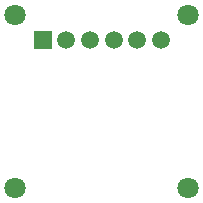
<source format=gts>
G04*
G04 #@! TF.GenerationSoftware,Altium Limited,Altium Designer,24.4.1 (13)*
G04*
G04 Layer_Color=8388736*
%FSLAX44Y44*%
%MOMM*%
G71*
G04*
G04 #@! TF.SameCoordinates,981E6EA0-C3E0-4720-A1E8-73D649FB2924*
G04*
G04*
G04 #@! TF.FilePolarity,Negative*
G04*
G01*
G75*
%ADD12C,1.5032*%
%ADD13R,1.5032X1.5032*%
%ADD14C,1.8032*%
D12*
X-10000Y52000D02*
D03*
X-30000D02*
D03*
X10000D02*
D03*
X30000D02*
D03*
X50000D02*
D03*
D13*
X-50000D02*
D03*
D14*
X73000Y-73000D02*
D03*
X-73000Y73000D02*
D03*
X73000D02*
D03*
X-73000Y-73000D02*
D03*
M02*

</source>
